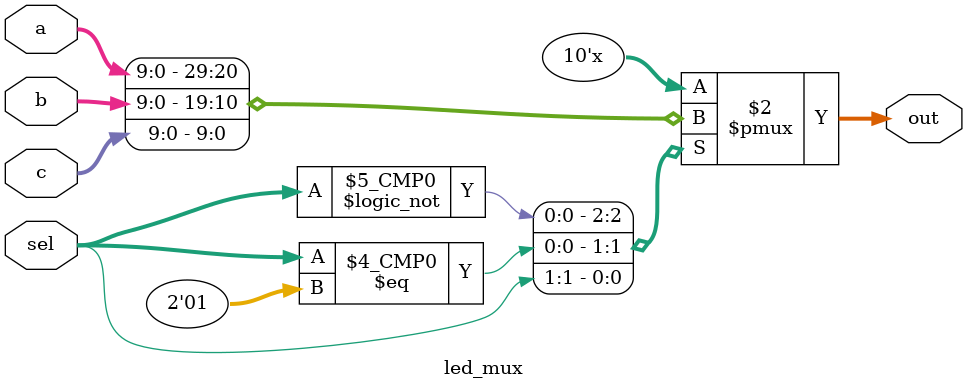
<source format=v>
module led_mux ( input [9:0] a,                 // block 1
                       input [9:0] b,                 // block 2
                       input [9:0] c,                 // block 3
                       input [1:0] sel,               
                       output reg [9:0] out);         
 always @ (a or b or c or sel) begin
      casex (sel)
         2'b00 : out <= a;
         2'b01 : out <= b;
         2'b1x : out <= c;
      endcase
   end
endmodule

</source>
